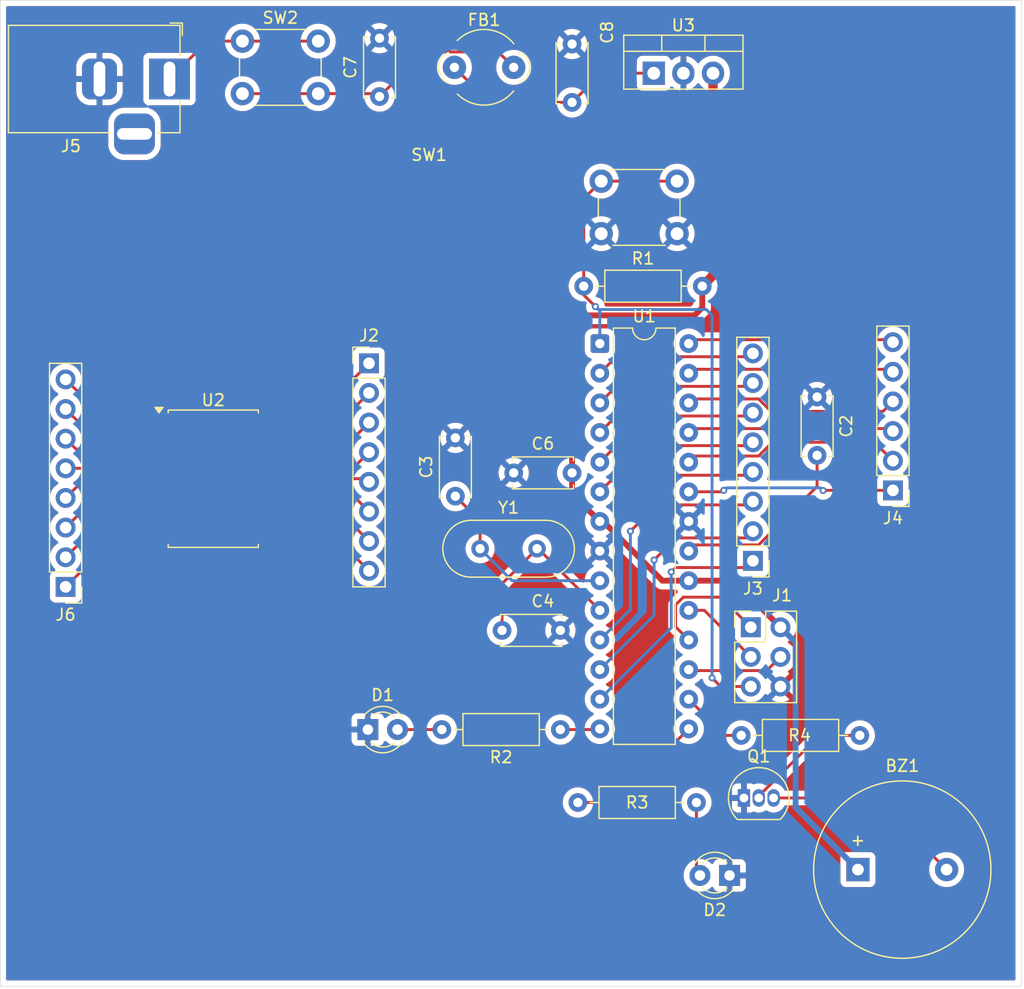
<source format=kicad_pcb>
(kicad_pcb (version 20241229) (generator "pcbnew") (generator_version "9.0")
  (title_block (title "AVR Controller Board") (date "2026-02-23") (company "Chaitanya Rathi") (comment 1 "E168 E3-3") (comment 2 "Sap ID: 60002240220"))
  (layers (0 "F.Cu" signal) (2 "B.Cu" signal) (13 "F.Paste" user) (15 "B.Paste" user) (5 "F.SilkS" user "F.Silkscreen") (7 "B.SilkS" user "B.Silkscreen") (1 "F.Mask" user) (3 "B.Mask" user) (25 "Edge.Cuts" user))
  (net 0 "")
  (net 1 "GND")
  (net 2 "Net-(U1-AREF)")
  (net 3 "Net-(U1-XTAL1{slash}PB6)")
  (net 4 "Net-(U1-XTAL2{slash}PB7)")
  (net 5 "+5V")
  (net 6 "Net-(J1-Pin_3)")
  (net 7 "RESET")
  (net 8 "Net-(J1-Pin_4)")
  (net 9 "Net-(J1-Pin_1)")
  (net 10 "Net-(J3-Pin_3)")
  (net 11 "Net-(J3-Pin_5)")
  (net 12 "Net-(J3-Pin_8)")
  (net 13 "Net-(J3-Pin_1)")
  (net 14 "Net-(J3-Pin_4)")
  (net 15 "Net-(J3-Pin_7)")
  (net 16 "Net-(J3-Pin_6)")
  (net 17 "Net-(J3-Pin_2)")
  (net 18 "Net-(J4-Pin_4)")
  (net 19 "GPIO_FLAG_2")
  (net 20 "Net-(J4-Pin_6)")
  (net 21 "Net-(J4-Pin_5)")
  (net 22 "Net-(J4-Pin_3)")
  (net 23 "Net-(J4-Pin_2)")
  (net 24 "Net-(J4-Pin_1)")
  (net 25 "GPIO_FLAG_1")
  (net 26 "Net-(BZ1--)")
  (net 27 "Net-(C7-Pad1)")
  (net 28 "Net-(U3-IN)")
  (net 29 "Net-(D1-A)")
  (net 30 "Net-(D2-A)")
  (net 31 "Net-(J2-Pin_1)")
  (net 32 "Net-(J2-Pin_2)")
  (net 33 "Net-(J2-Pin_8)")
  (net 34 "Net-(J2-Pin_3)")
  (net 35 "Net-(J2-Pin_5)")
  (net 36 "Net-(J2-Pin_7)")
  (net 37 "Net-(J2-Pin_4)")
  (net 38 "Net-(J2-Pin_6)")
  (net 39 "Net-(J5-Pad1)")
  (net 40 "Net-(J6-Pin_3)")
  (net 41 "Net-(J6-Pin_5)")
  (net 42 "Net-(J6-Pin_6)")
  (net 43 "Net-(J6-Pin_2)")
  (net 44 "Net-(J6-Pin_4)")
  (net 45 "Net-(J6-Pin_1)")
  (net 46 "Net-(J6-Pin_7)")
  (net 47 "Net-(J6-Pin_8)")
  (net 48 "Net-(Q1-G)")
  (net 49 "PWM1")
  (net 50 "+12V")
  (footprint "Resistor_THT:R_Axial_DIN0207_L6.3mm_D2.5mm_P10.16mm_Horizontal" (layer "F.Cu") (at 182.5 128.5 180)
    (property "Reference" "R2" (at 5.08 -2.37 0) (layer "F.SilkS"))
    (property "Value" "1k")
    (fp_line (start 9.12 0) (end 8.35 0) (stroke (width 0.12)) (layer "F.SilkS"))
    (fp_line (start 1.04 0) (end 1.81 0) (stroke (width 0.12)) (layer "F.SilkS"))
    (fp_rect (start 1.81 -1.37) (end 8.35 1.37) (stroke (width 0.12)) (fill no) (layer "F.SilkS"))
    (pad "1" thru_hole circle (at 0 0 180) (size 1.6 1.6) (drill 0.8) (layers "*.Cu" "*.Mask") (net 25 "GPIO_FLAG_1"))
    (pad "2" thru_hole circle (at 10.16 0 180) (size 1.6 1.6) (drill 0.8) (layers "*.Cu" "*.Mask") (net 29 "Net-(D1-A)"))
  )
  (footprint "Capacitor_THT:C_Disc_D5.0mm_W2.5mm_P5.00mm" (layer "F.Cu") (at 177.5 120)
    (property "Reference" "C4" (at 3.5 -2.5 0) (layer "F.SilkS"))
    (property "Value" "22pF")
    (fp_line (start -0.12 -1.37) (end 5.12 -1.37) (stroke (width 0.12)) (layer "F.SilkS"))
    (fp_line (start -0.12 -1.033) (end -0.12 -1.37) (stroke (width 0.12)) (layer "F.SilkS"))
    (fp_line (start -0.12 1.37) (end -0.12 1.033) (stroke (width 0.12)) (layer "F.SilkS"))
    (fp_line (start 5.12 -1.37) (end 5.12 -1.033) (stroke (width 0.12)) (layer "F.SilkS"))
    (fp_line (start 5.12 1.033) (end 5.12 1.37) (stroke (width 0.12)) (layer "F.SilkS"))
    (fp_line (start 5.12 1.37) (end -0.12 1.37) (stroke (width 0.12)) (layer "F.SilkS"))
    (pad "1" thru_hole circle (at 0 0) (size 1.6 1.6) (drill 0.8) (layers "*.Cu" "*.Mask") (net 4 "Net-(U1-XTAL2{slash}PB7)"))
    (pad "2" thru_hole circle (at 5 0) (size 1.6 1.6) (drill 0.8) (layers "*.Cu" "*.Mask") (net 1 "GND"))
  )
  (footprint "Capacitor_THT:C_Disc_D5.0mm_W2.5mm_P5.00mm" (layer "F.Cu") (at 173.5 108.5 90)
    (property "Reference" "C3" (at 2.5 -2.5 90) (layer "F.SilkS"))
    (property "Value" "22pF")
    (fp_line (start 5.12 -1.37) (end 5.12 -1.033) (stroke (width 0.12)) (layer "F.SilkS"))
    (fp_line (start -0.12 -1.37) (end 5.12 -1.37) (stroke (width 0.12)) (layer "F.SilkS"))
    (fp_line (start -0.12 -1.033) (end -0.12 -1.37) (stroke (width 0.12)) (layer "F.SilkS"))
    (fp_line (start 5.12 1.033) (end 5.12 1.37) (stroke (width 0.12)) (layer "F.SilkS"))
    (fp_line (start 5.12 1.37) (end -0.12 1.37) (stroke (width 0.12)) (layer "F.SilkS"))
    (fp_line (start -0.12 1.37) (end -0.12 1.033) (stroke (width 0.12)) (layer "F.SilkS"))
    (pad "1" thru_hole circle (at 0 0 90) (size 1.6 1.6) (drill 0.8) (layers "*.Cu" "*.Mask") (net 3 "Net-(U1-XTAL1{slash}PB6)"))
    (pad "2" thru_hole circle (at 5 0 90) (size 1.6 1.6) (drill 0.8) (layers "*.Cu" "*.Mask") (net 1 "GND"))
  )
  (footprint "Package_TO_SOT_THT:TO-220-3_Vertical" (layer "F.Cu") (at 190.5 72.25)
    (property "Reference" "U3" (at 2.54 -4.1 0) (layer "F.SilkS"))
    (property "Value" "L7805")
    (fp_line (start -2.57 -3.26) (end 7.65 -3.26) (stroke (width 0.12)) (layer "F.SilkS"))
    (fp_line (start -2.57 -1.88) (end 7.65 -1.88) (stroke (width 0.12)) (layer "F.SilkS"))
    (fp_line (start -2.57 1.36) (end -2.57 -3.26) (stroke (width 0.12)) (layer "F.SilkS"))
    (fp_line (start 0.69 -3.26) (end 0.69 -1.88) (stroke (width 0.12)) (layer "F.SilkS"))
    (fp_line (start 4.39 -3.26) (end 4.39 -1.88) (stroke (width 0.12)) (layer "F.SilkS"))
    (fp_line (start 7.65 -3.26) (end 7.65 1.36) (stroke (width 0.12)) (layer "F.SilkS"))
    (fp_line (start 7.65 1.36) (end -2.57 1.36) (stroke (width 0.12)) (layer "F.SilkS"))
    (pad "1" thru_hole rect (at 0 0) (size 1.905 2) (drill 1.1) (layers "*.Cu" "*.Mask") (net 28 "Net-(U3-IN)"))
    (pad "2" thru_hole oval (at 2.54 0) (size 1.905 2) (drill 1.1) (layers "*.Cu" "*.Mask") (net 1 "GND"))
    (pad "3" thru_hole oval (at 5.08 0) (size 1.905 2) (drill 1.1) (layers "*.Cu" "*.Mask") (net 5 "+5V"))
  )
  (footprint "Crystal:Crystal_HC49-4H_Vertical" (layer "F.Cu") (at 175.62 113)
    (property "Reference" "Y1" (at 2.44 -3.52 0) (layer "F.SilkS"))
    (property "Value" "16MHz")
    (fp_line (start -0.76 -2.435) (end 5.64 -2.435) (stroke (width 0.12)) (layer "F.SilkS"))
    (fp_line (start 5.64 2.435) (end -0.76 2.435) (stroke (width 0.12)) (layer "F.SilkS"))
    (fp_arc (start -0.76 2.435) (mid -3.195 0) (end -0.76 -2.435) (stroke (width 0.12)) (layer "F.SilkS"))
    (fp_arc (start 5.64 -2.435) (mid 8.075 0) (end 5.64 2.435) (stroke (width 0.12)) (layer "F.SilkS"))
    (pad "1" thru_hole circle (at 0 0) (size 1.5 1.5) (drill 0.8) (layers "*.Cu" "*.Mask") (net 3 "Net-(U1-XTAL1{slash}PB6)"))
    (pad "2" thru_hole circle (at 4.88 0) (size 1.5 1.5) (drill 0.8) (layers "*.Cu" "*.Mask") (net 4 "Net-(U1-XTAL2{slash}PB7)"))
  )
  (footprint "LED_THT:LED_D3.0mm" (layer "F.Cu") (at 166 128.5)
    (property "Reference" "D1" (at 1.27 -2.96 0) (layer "F.SilkS"))
    (property "Value" "LED")
    (fp_line (start -0.29 -1.236) (end -0.29 -1.08) (stroke (width 0.12)) (layer "F.SilkS"))
    (fp_line (start -0.29 1.08) (end -0.29 1.236) (stroke (width 0.12)) (layer "F.SilkS"))
    (fp_arc (start -0.29 -1.235516) (mid 1.36566 -1.987699) (end 2.941437 -1.08) (stroke (width 0.12)) (layer "F.SilkS"))
    (fp_arc (start 0.229039 -1.08) (mid 1.27 -1.5) (end 2.310961 -1.08) (stroke (width 0.12)) (layer "F.SilkS"))
    (fp_arc (start 2.310961 1.08) (mid 1.27 1.5) (end 0.229039 1.08) (stroke (width 0.12)) (layer "F.SilkS"))
    (fp_arc (start 2.941437 1.08) (mid 1.36566 1.987699) (end -0.29 1.235516) (stroke (width 0.12)) (layer "F.SilkS"))
    (pad "1" thru_hole rect (at 0 0) (size 1.8 1.8) (drill 0.9) (layers "*.Cu" "*.Mask") (net 1 "GND"))
    (pad "2" thru_hole circle (at 2.54 0) (size 1.8 1.8) (drill 0.9) (layers "*.Cu" "*.Mask") (net 29 "Net-(D1-A)"))
  )
  (footprint "Capacitor_THT:C_Disc_D5.0mm_W2.5mm_P5.00mm" (layer "F.Cu") (at 167 74.25 90)
    (property "Reference" "C7" (at 2.5 -2.5 90) (layer "F.SilkS"))
    (property "Value" "1u")
    (fp_line (start 5.12 -1.37) (end 5.12 -1.033) (stroke (width 0.12)) (layer "F.SilkS"))
    (fp_line (start -0.12 -1.37) (end 5.12 -1.37) (stroke (width 0.12)) (layer "F.SilkS"))
    (fp_line (start -0.12 -1.033) (end -0.12 -1.37) (stroke (width 0.12)) (layer "F.SilkS"))
    (fp_line (start 5.12 1.033) (end 5.12 1.37) (stroke (width 0.12)) (layer "F.SilkS"))
    (fp_line (start 5.12 1.37) (end -0.12 1.37) (stroke (width 0.12)) (layer "F.SilkS"))
    (fp_line (start -0.12 1.37) (end -0.12 1.033) (stroke (width 0.12)) (layer "F.SilkS"))
    (pad "1" thru_hole circle (at 0 0 90) (size 1.6 1.6) (drill 0.8) (layers "*.Cu" "*.Mask") (net 27 "Net-(C7-Pad1)"))
    (pad "2" thru_hole circle (at 5 0 90) (size 1.6 1.6) (drill 0.8) (layers "*.Cu" "*.Mask") (net 1 "GND"))
  )
  (footprint "Connector_BarrelJack:BarrelJack_Horizontal" (layer "F.Cu") (at 149 72.75)
    (property "Reference" "J5" (at -8.45 5.75 0) (layer "F.SilkS"))
    (property "Value" "Barrel_Jack")
    (fp_line (start -13.8 -4.6) (end 0.9 -4.6) (stroke (width 0.12)) (layer "F.SilkS"))
    (fp_line (start -13.8 4.6) (end -13.8 -4.6) (stroke (width 0.12)) (layer "F.SilkS"))
    (fp_line (start -5 4.6) (end -13.8 4.6) (stroke (width 0.12)) (layer "F.SilkS"))
    (fp_line (start 0.05 -4.8) (end 1.1 -4.8) (stroke (width 0.12)) (layer "F.SilkS"))
    (fp_line (start 0.9 -4.6) (end 0.9 -2) (stroke (width 0.12)) (layer "F.SilkS"))
    (fp_line (start 0.9 1.9) (end 0.9 4.6) (stroke (width 0.12)) (layer "F.SilkS"))
    (fp_line (start 0.9 4.6) (end -1 4.6) (stroke (width 0.12)) (layer "F.SilkS"))
    (fp_line (start 1.1 -3.75) (end 1.1 -4.8) (stroke (width 0.12)) (layer "F.SilkS"))
    (pad "1" thru_hole rect (at 0 0) (size 3.5 3.5) (drill oval 1 3) (layers "*.Cu" "*.Mask") (net 39 "Net-(J5-Pad1)"))
    (pad "2" thru_hole roundrect (at -6 0) (size 3 3.5) (drill oval 1 3) (layers "*.Cu" "*.Mask") (net 1 "GND"))
    (pad "3" thru_hole roundrect (at -3 4.7) (size 3.5 3.5) (drill oval 3 1) (layers "*.Cu" "*.Mask"))
  )
  (footprint "Resistor_THT:R_Axial_DIN0207_L6.3mm_D2.5mm_P10.16mm_Horizontal" (layer "F.Cu") (at 184 134.75)
    (property "Reference" "R3" (at 5.08 0 0) (layer "F.SilkS"))
    (property "Value" "1k")
    (fp_line (start 1.04 0) (end 1.81 0) (stroke (width 0.12)) (layer "F.SilkS"))
    (fp_line (start 9.12 0) (end 8.35 0) (stroke (width 0.12)) (layer "F.SilkS"))
    (fp_rect (start 1.81 -1.37) (end 8.35 1.37) (stroke (width 0.12)) (fill no) (layer "F.SilkS"))
    (pad "1" thru_hole circle (at 0 0) (size 1.6 1.6) (drill 0.8) (layers "*.Cu" "*.Mask") (net 19 "GPIO_FLAG_2"))
    (pad "2" thru_hole circle (at 10.16 0) (size 1.6 1.6) (drill 0.8) (layers "*.Cu" "*.Mask") (net 30 "Net-(D2-A)"))
  )
  (footprint "Resistor_THT:R_Axial_DIN0207_L6.3mm_D2.5mm_P10.16mm_Horizontal" (layer "F.Cu") (at 198 129)
    (property "Reference" "R4" (at 5 0 0) (layer "F.SilkS"))
    (property "Value" "R")
    (fp_line (start 1.04 0) (end 1.81 0) (stroke (width 0.12)) (layer "F.SilkS"))
    (fp_line (start 9.12 0) (end 8.35 0) (stroke (width 0.12)) (layer "F.SilkS"))
    (fp_rect (start 1.81 -1.37) (end 8.35 1.37) (stroke (width 0.12)) (fill no) (layer "F.SilkS"))
    (pad "1" thru_hole circle (at 0 0) (size 1.6 1.6) (drill 0.8) (layers "*.Cu" "*.Mask") (net 49 "PWM1"))
    (pad "2" thru_hole circle (at 10.16 0) (size 1.6 1.6) (drill 0.8) (layers "*.Cu" "*.Mask") (net 48 "Net-(Q1-G)"))
  )
  (footprint "Button_Switch_THT:SW_PUSH_6mm" (layer "F.Cu") (at 186 81.5)
    (property "Reference" "SW1" (at -14.75 -2.25 0) (layer "F.SilkS"))
    (property "Value" "SW_Push")
    (fp_line (start -0.25 1.5) (end -0.25 3) (stroke (width 0.12)) (layer "F.SilkS"))
    (fp_line (start 1 5.5) (end 5.5 5.5) (stroke (width 0.12)) (layer "F.SilkS"))
    (fp_line (start 5.5 -1) (end 1 -1) (stroke (width 0.12)) (layer "F.SilkS"))
    (fp_line (start 6.75 3) (end 6.75 1.5) (stroke (width 0.12)) (layer "F.SilkS"))
    (pad "1" thru_hole circle (at 0 0 90) (size 2 2) (drill 1.1) (layers "*.Cu" "*.Mask") (net 7 "RESET"))
    (pad "1" thru_hole circle (at 6.5 0 90) (size 2 2) (drill 1.1) (layers "*.Cu" "*.Mask") (net 7 "RESET"))
    (pad "2" thru_hole circle (at 0 4.5 90) (size 2 2) (drill 1.1) (layers "*.Cu" "*.Mask") (net 1 "GND"))
    (pad "2" thru_hole circle (at 6.5 4.5 90) (size 2 2) (drill 1.1) (layers "*.Cu" "*.Mask") (net 1 "GND"))
  )
  (footprint "Buzzer_Beeper:Buzzer_15x7.5RM7.6" (layer "F.Cu") (at 208 140.5)
    (property "Reference" "BZ1" (at 3.81 -8.89 0) (layer "F.SilkS"))
    (property "Value" "Buzzer")
    (fp_circle (center 3.8 0) (end 11.4 0) (stroke (width 0.12)) (fill no) (layer "F.SilkS"))
    (fp_text user "+" (at -0.01 -2.54 0) (layer "F.SilkS"))
    (pad "1" thru_hole rect (at 0 0) (size 2 2) (drill 1) (layers "*.Cu" "*.Mask") (net 5 "+5V"))
    (pad "2" thru_hole circle (at 7.6 0) (size 2 2) (drill 1) (layers "*.Cu" "*.Mask") (net 26 "Net-(BZ1--)"))
  )
  (footprint "Connector_PinHeader_2.54mm:PinHeader_1x08_P2.54mm_Vertical" (layer "F.Cu") (at 140.1 116.27 180)
    (property "Reference" "J6" (at 0 -2.38 0) (layer "F.SilkS"))
    (property "Value" "Conn_01x08")
    (fp_line (start 1.38 1.27) (end 1.38 19.16) (stroke (width 0.12)) (layer "F.SilkS"))
    (fp_line (start -1.38 19.16) (end 1.38 19.16) (stroke (width 0.12)) (layer "F.SilkS"))
    (fp_line (start -1.38 1.27) (end 1.38 1.27) (stroke (width 0.12)) (layer "F.SilkS"))
    (fp_line (start -1.38 1.27) (end -1.38 19.16) (stroke (width 0.12)) (layer "F.SilkS"))
    (fp_line (start -1.38 0) (end -1.38 -1.38) (stroke (width 0.12)) (layer "F.SilkS"))
    (fp_line (start -1.38 -1.38) (end 0 -1.38) (stroke (width 0.12)) (layer "F.SilkS"))
    (pad "1" thru_hole rect (at 0 0 180) (size 1.7 1.7) (drill 1) (layers "*.Cu" "*.Mask") (net 45 "Net-(J6-Pin_1)"))
    (pad "2" thru_hole circle (at 0 2.54 180) (size 1.7 1.7) (drill 1) (layers "*.Cu" "*.Mask") (net 43 "Net-(J6-Pin_2)"))
    (pad "3" thru_hole circle (at 0 5.08 180) (size 1.7 1.7) (drill 1) (layers "*.Cu" "*.Mask") (net 40 "Net-(J6-Pin_3)"))
    (pad "4" thru_hole circle (at 0 7.62 180) (size 1.7 1.7) (drill 1) (layers "*.Cu" "*.Mask") (net 44 "Net-(J6-Pin_4)"))
    (pad "5" thru_hole circle (at 0 10.16 180) (size 1.7 1.7) (drill 1) (layers "*.Cu" "*.Mask") (net 41 "Net-(J6-Pin_5)"))
    (pad "6" thru_hole circle (at 0 12.7 180) (size 1.7 1.7) (drill 1) (layers "*.Cu" "*.Mask") (net 42 "Net-(J6-Pin_6)"))
    (pad "7" thru_hole circle (at 0 15.24 180) (size 1.7 1.7) (drill 1) (layers "*.Cu" "*.Mask") (net 46 "Net-(J6-Pin_7)"))
    (pad "8" thru_hole circle (at 0 17.78 180) (size 1.7 1.7) (drill 1) (layers "*.Cu" "*.Mask") (net 47 "Net-(J6-Pin_8)"))
  )
  (footprint "Connector_PinHeader_2.54mm:PinHeader_1x08_P2.54mm_Vertical" (layer "F.Cu") (at 166.1 97.11)
    (property "Reference" "J2" (at 0 -2.38 0) (layer "F.SilkS"))
    (property "Value" "Conn_01x08")
    (fp_line (start -1.38 -1.38) (end 0 -1.38) (stroke (width 0.12)) (layer "F.SilkS"))
    (fp_line (start -1.38 0) (end -1.38 -1.38) (stroke (width 0.12)) (layer "F.SilkS"))
    (fp_line (start -1.38 1.27) (end -1.38 19.16) (stroke (width 0.12)) (layer "F.SilkS"))
    (fp_line (start -1.38 1.27) (end 1.38 1.27) (stroke (width 0.12)) (layer "F.SilkS"))
    (fp_line (start -1.38 19.16) (end 1.38 19.16) (stroke (width 0.12)) (layer "F.SilkS"))
    (fp_line (start 1.38 1.27) (end 1.38 19.16) (stroke (width 0.12)) (layer "F.SilkS"))
    (pad "1" thru_hole rect (at 0 0) (size 1.7 1.7) (drill 1) (layers "*.Cu" "*.Mask") (net 31 "Net-(J2-Pin_1)"))
    (pad "2" thru_hole circle (at 0 2.54) (size 1.7 1.7) (drill 1) (layers "*.Cu" "*.Mask") (net 32 "Net-(J2-Pin_2)"))
    (pad "3" thru_hole circle (at 0 5.08) (size 1.7 1.7) (drill 1) (layers "*.Cu" "*.Mask") (net 34 "Net-(J2-Pin_3)"))
    (pad "4" thru_hole circle (at 0 7.62) (size 1.7 1.7) (drill 1) (layers "*.Cu" "*.Mask") (net 37 "Net-(J2-Pin_4)"))
    (pad "5" thru_hole circle (at 0 10.16) (size 1.7 1.7) (drill 1) (layers "*.Cu" "*.Mask") (net 35 "Net-(J2-Pin_5)"))
    (pad "6" thru_hole circle (at 0 12.7) (size 1.7 1.7) (drill 1) (layers "*.Cu" "*.Mask") (net 38 "Net-(J2-Pin_6)"))
    (pad "7" thru_hole circle (at 0 15.24) (size 1.7 1.7) (drill 1) (layers "*.Cu" "*.Mask") (net 36 "Net-(J2-Pin_7)"))
    (pad "8" thru_hole circle (at 0 17.78) (size 1.7 1.7) (drill 1) (layers "*.Cu" "*.Mask") (net 33 "Net-(J2-Pin_8)"))
  )
  (footprint "Connector_PinHeader_2.54mm:PinHeader_1x06_P2.54mm_Vertical" (layer "F.Cu") (at 211 108 180)
    (property "Reference" "J4" (at 0 -2.38 0) (layer "F.SilkS"))
    (property "Value" "Conn_01x06")
    (fp_line (start 1.38 1.27) (end 1.38 14.08) (stroke (width 0.12)) (layer "F.SilkS"))
    (fp_line (start -1.38 14.08) (end 1.38 14.08) (stroke (width 0.12)) (layer "F.SilkS"))
    (fp_line (start -1.38 1.27) (end 1.38 1.27) (stroke (width 0.12)) (layer "F.SilkS"))
    (fp_line (start -1.38 1.27) (end -1.38 14.08) (stroke (width 0.12)) (layer "F.SilkS"))
    (fp_line (start -1.38 0) (end -1.38 -1.38) (stroke (width 0.12)) (layer "F.SilkS"))
    (fp_line (start -1.38 -1.38) (end 0 -1.38) (stroke (width 0.12)) (layer "F.SilkS"))
    (pad "1" thru_hole rect (at 0 0 180) (size 1.7 1.7) (drill 1) (layers "*.Cu" "*.Mask") (net 24 "Net-(J4-Pin_1)"))
    (pad "2" thru_hole circle (at 0 2.54 180) (size 1.7 1.7) (drill 1) (layers "*.Cu" "*.Mask") (net 23 "Net-(J4-Pin_2)"))
    (pad "3" thru_hole circle (at 0 5.08 180) (size 1.7 1.7) (drill 1) (layers "*.Cu" "*.Mask") (net 22 "Net-(J4-Pin_3)"))
    (pad "4" thru_hole circle (at 0 7.62 180) (size 1.7 1.7) (drill 1) (layers "*.Cu" "*.Mask") (net 18 "Net-(J4-Pin_4)"))
    (pad "5" thru_hole circle (at 0 10.16 180) (size 1.7 1.7) (drill 1) (layers "*.Cu" "*.Mask") (net 21 "Net-(J4-Pin_5)"))
    (pad "6" thru_hole circle (at 0 12.7 180) (size 1.7 1.7) (drill 1) (layers "*.Cu" "*.Mask") (net 20 "Net-(J4-Pin_6)"))
  )
  (footprint "Package_TO_SOT_THT:TO-92_Inline" (layer "F.Cu") (at 198.23 134.36)
    (property "Reference" "Q1" (at 1.27 -3.56 0) (layer "F.SilkS"))
    (property "Value" "2N7000")
    (fp_line (start -0.53 1.85) (end 3.07 1.85) (stroke (width 0.12)) (layer "F.SilkS"))
    (fp_arc (start -0.568478 1.838478) (mid -1.132087 -0.994977) (end 1.27 -2.6) (stroke (width 0.12)) (layer "F.SilkS"))
    (fp_arc (start 1.27 -2.6) (mid 3.672087 -0.994977) (end 3.108478 1.838478) (stroke (width 0.12)) (layer "F.SilkS"))
    (pad "1" thru_hole rect (at 0 0) (size 1.05 1.5) (drill 0.75) (layers "*.Cu" "*.Mask") (net 1 "GND"))
    (pad "2" thru_hole oval (at 1.27 0) (size 1.05 1.5) (drill 0.75) (layers "*.Cu" "*.Mask") (net 48 "Net-(Q1-G)"))
    (pad "3" thru_hole oval (at 2.54 0) (size 1.05 1.5) (drill 0.75) (layers "*.Cu" "*.Mask") (net 26 "Net-(BZ1--)"))
  )
  (footprint "Package_DIP:DIP-28_W7.62mm" (layer "F.Cu") (at 185.88 95.42)
    (property "Reference" "U1" (at 3.81 -2.33 0) (layer "F.SilkS"))
    (property "Value" "ATmega328-P")
    (fp_line (start 1.16 -1.33) (end 1.16 34.35) (stroke (width 0.12)) (layer "F.SilkS"))
    (fp_line (start 1.16 34.35) (end 6.46 34.35) (stroke (width 0.12)) (layer "F.SilkS"))
    (fp_line (start 2.81 -1.33) (end 1.16 -1.33) (stroke (width 0.12)) (layer "F.SilkS"))
    (fp_line (start 6.46 -1.33) (end 4.81 -1.33) (stroke (width 0.12)) (layer "F.SilkS"))
    (fp_line (start 6.46 34.35) (end 6.46 -1.33) (stroke (width 0.12)) (layer "F.SilkS"))
    (fp_arc (start 4.81 -1.33) (mid 3.81 -0.33) (end 2.81 -1.33) (stroke (width 0.12)) (layer "F.SilkS"))
    (pad "1" thru_hole roundrect (at 0 0) (size 1.6 1.6) (drill 0.8) (layers "*.Cu" "*.Mask") (roundrect_rratio 0.15625) (net 7 "RESET"))
    (pad "2" thru_hole circle (at 0 2.54) (size 1.6 1.6) (drill 0.8) (layers "*.Cu" "*.Mask") (net 12 "Net-(J3-Pin_8)"))
    (pad "3" thru_hole circle (at 0 5.08) (size 1.6 1.6) (drill 0.8) (layers "*.Cu" "*.Mask") (net 15 "Net-(J3-Pin_7)"))
    (pad "4" thru_hole circle (at 0 7.62) (size 1.6 1.6) (drill 0.8) (layers "*.Cu" "*.Mask") (net 16 "Net-(J3-Pin_6)"))
    (pad "5" thru_hole circle (at 0 10.16) (size 1.6 1.6) (drill 0.8) (layers "*.Cu" "*.Mask") (net 11 "Net-(J3-Pin_5)"))
    (pad "6" thru_hole circle (at 0 12.7) (size 1.6 1.6) (drill 0.8) (layers "*.Cu" "*.Mask") (net 14 "Net-(J3-Pin_4)"))
    (pad "7" thru_hole circle (at 0 15.24) (size 1.6 1.6) (drill 0.8) (layers "*.Cu" "*.Mask") (net 5 "+5V"))
    (pad "8" thru_hole circle (at 0 17.78) (size 1.6 1.6) (drill 0.8) (layers "*.Cu" "*.Mask") (net 1 "GND"))
    (pad "9" thru_hole circle (at 0 20.32) (size 1.6 1.6) (drill 0.8) (layers "*.Cu" "*.Mask") (net 3 "Net-(U1-XTAL1{slash}PB6)"))
    (pad "10" thru_hole circle (at 0 22.86) (size 1.6 1.6) (drill 0.8) (layers "*.Cu" "*.Mask") (net 4 "Net-(U1-XTAL2{slash}PB7)"))
    (pad "11" thru_hole circle (at 0 25.4) (size 1.6 1.6) (drill 0.8) (layers "*.Cu" "*.Mask") (net 10 "Net-(J3-Pin_3)"))
    (pad "12" thru_hole circle (at 0 27.94) (size 1.6 1.6) (drill 0.8) (layers "*.Cu" "*.Mask") (net 17 "Net-(J3-Pin_2)"))
    (pad "13" thru_hole circle (at 0 30.48) (size 1.6 1.6) (drill 0.8) (layers "*.Cu" "*.Mask") (net 13 "Net-(J3-Pin_1)"))
    (pad "14" thru_hole circle (at 0 33.02) (size 1.6 1.6) (drill 0.8) (layers "*.Cu" "*.Mask") (net 25 "GPIO_FLAG_1"))
    (pad "15" thru_hole circle (at 7.62 33.02) (size 1.6 1.6) (drill 0.8) (layers "*.Cu" "*.Mask") (net 19 "GPIO_FLAG_2"))
    (pad "16" thru_hole circle (at 7.62 30.48) (size 1.6 1.6) (drill 0.8) (layers "*.Cu" "*.Mask") (net 49 "PWM1"))
    (pad "17" thru_hole circle (at 7.62 27.94) (size 1.6 1.6) (drill 0.8) (layers "*.Cu" "*.Mask") (net 8 "Net-(J1-Pin_4)"))
    (pad "18" thru_hole circle (at 7.62 25.4) (size 1.6 1.6) (drill 0.8) (layers "*.Cu" "*.Mask") (net 9 "Net-(J1-Pin_1)"))
    (pad "19" thru_hole circle (at 7.62 22.86) (size 1.6 1.6) (drill 0.8) (layers "*.Cu" "*.Mask") (net 6 "Net-(J1-Pin_3)"))
    (pad "20" thru_hole circle (at 7.62 20.32) (size 1.6 1.6) (drill 0.8) (layers "*.Cu" "*.Mask") (net 5 "+5V"))
    (pad "21" thru_hole circle (at 7.62 17.78) (size 1.6 1.6) (drill 0.8) (layers "*.Cu" "*.Mask") (net 2 "Net-(U1-AREF)"))
    (pad "22" thru_hole circle (at 7.62 15.24) (size 1.6 1.6) (drill 0.8) (layers "*.Cu" "*.Mask") (net 1 "GND"))
    (pad "23" thru_hole circle (at 7.62 12.7) (size 1.6 1.6) (drill 0.8) (layers "*.Cu" "*.Mask") (net 24 "Net-(J4-Pin_1)"))
    (pad "24" thru_hole circle (at 7.62 10.16) (size 1.6 1.6) (drill 0.8) (layers "*.Cu" "*.Mask") (net 23 "Net-(J4-Pin_2)"))
    (pad "25" thru_hole circle (at 7.62 7.62) (size 1.6 1.6) (drill 0.8) (layers "*.Cu" "*.Mask") (net 22 "Net-(J4-Pin_3)"))
    (pad "26" thru_hole circle (at 7.62 5.08) (size 1.6 1.6) (drill 0.8) (layers "*.Cu" "*.Mask") (net 18 "Net-(J4-Pin_4)"))
    (pad "27" thru_hole circle (at 7.62 2.54) (size 1.6 1.6) (drill 0.8) (layers "*.Cu" "*.Mask") (net 21 "Net-(J4-Pin_5)"))
    (pad "28" thru_hole circle (at 7.62 0) (size 1.6 1.6) (drill 0.8) (layers "*.Cu" "*.Mask") (net 20 "Net-(J4-Pin_6)"))
  )
  (footprint "Package_SO:SOIC-18W_7.5x11.6mm_P1.27mm" (layer "F.Cu") (at 152.75 107)
    (property "Reference" "U2" (at 0 -6.73 0) (layer "F.SilkS"))
    (property "Value" "ULN2803A")
    (fp_line (start -3.86 -5.885) (end 3.86 -5.885) (stroke (width 0.12)) (layer "F.SilkS"))
    (fp_line (start -3.86 -5.64) (end -3.86 -5.885) (stroke (width 0.12)) (layer "F.SilkS"))
    (fp_line (start -3.86 5.885) (end -3.86 5.64) (stroke (width 0.12)) (layer "F.SilkS"))
    (fp_line (start 3.86 -5.885) (end 3.86 -5.64) (stroke (width 0.12)) (layer "F.SilkS"))
    (fp_line (start 3.86 5.64) (end 3.86 5.885) (stroke (width 0.12)) (layer "F.SilkS"))
    (fp_line (start 3.86 5.885) (end -3.86 5.885) (stroke (width 0.12)) (layer "F.SilkS"))
    (fp_poly (pts (xy -4.65 -5.64) (xy -4.99 -6.11) (xy -4.31 -6.11)) (stroke (width 0.12)) (fill yes) (layer "F.SilkS"))
    (pad "1" smd roundrect (at -4.65 -5.08) (size 2.05 0.6) (layers "F.Cu" "F.Mask" "F.Paste") (net 47 "Net-(J6-Pin_8)"))
    (pad "2" smd roundrect (at -4.65 -3.81) (size 2.05 0.6) (layers "F.Cu" "F.Mask" "F.Paste") (net 46 "Net-(J6-Pin_7)"))
    (pad "3" smd roundrect (at -4.65 -2.54) (size 2.05 0.6) (layers "F.Cu" "F.Mask" "F.Paste") (net 42 "Net-(J6-Pin_6)"))
    (pad "4" smd roundrect (at -4.65 -1.27) (size 2.05 0.6) (layers "F.Cu" "F.Mask" "F.Paste") (net 41 "Net-(J6-Pin_5)"))
    (pad "5" smd roundrect (at -4.65 0) (size 2.05 0.6) (layers "F.Cu" "F.Mask" "F.Paste") (net 44 "Net-(J6-Pin_4)"))
    (pad "6" smd roundrect (at -4.65 1.27) (size 2.05 0.6) (layers "F.Cu" "F.Mask" "F.Paste") (net 40 "Net-(J6-Pin_3)"))
    (pad "7" smd roundrect (at -4.65 2.54) (size 2.05 0.6) (layers "F.Cu" "F.Mask" "F.Paste") (net 43 "Net-(J6-Pin_2)"))
    (pad "8" smd roundrect (at -4.65 3.81) (size 2.05 0.6) (layers "F.Cu" "F.Mask" "F.Paste") (net 45 "Net-(J6-Pin_1)"))
    (pad "9" smd roundrect (at -4.65 5.08) (size 2.05 0.6) (layers "F.Cu" "F.Mask" "F.Paste") (net 1 "GND"))
    (pad "10" smd roundrect (at 4.65 5.08) (size 2.05 0.6) (layers "F.Cu" "F.Mask" "F.Paste") (net 50 "+12V"))
    (pad "11" smd roundrect (at 4.65 3.81) (size 2.05 0.6) (layers "F.Cu" "F.Mask" "F.Paste") (net 33 "Net-(J2-Pin_8)"))
    (pad "12" smd roundrect (at 4.65 2.54) (size 2.05 0.6) (layers "F.Cu" "F.Mask" "F.Paste") (net 36 "Net-(J2-Pin_7)"))
    (pad "13" smd roundrect (at 4.65 1.27) (size 2.05 0.6) (layers "F.Cu" "F.Mask" "F.Paste") (net 38 "Net-(J2-Pin_6)"))
    (pad "14" smd roundrect (at 4.65 0) (size 2.05 0.6) (layers "F.Cu" "F.Mask" "F.Paste") (net 35 "Net-(J2-Pin_5)"))
    (pad "15" smd roundrect (at 4.65 -1.27) (size 2.05 0.6) (layers "F.Cu" "F.Mask" "F.Paste") (net 37 "Net-(J2-Pin_4)"))
    (pad "16" smd roundrect (at 4.65 -2.54) (size 2.05 0.6) (layers "F.Cu" "F.Mask" "F.Paste") (net 34 "Net-(J2-Pin_3)"))
    (pad "17" smd roundrect (at 4.65 -3.81) (size 2.05 0.6) (layers "F.Cu" "F.Mask" "F.Paste") (net 32 "Net-(J2-Pin_2)"))
    (pad "18" smd roundrect (at 4.65 -5.08) (size 2.05 0.6) (layers "F.Cu" "F.Mask" "F.Paste") (net 31 "Net-(J2-Pin_1)"))
  )
  (footprint "Capacitor_THT:C_Disc_D5.0mm_W2.5mm_P5.00mm" (layer "F.Cu") (at 183.5 74.75 90)
    (property "Reference" "C8" (at 6 3 90) (layer "F.SilkS"))
    (property "Value" "1u")
    (fp_line (start 5.12 -1.37) (end 5.12 -1.033) (stroke (width 0.12)) (layer "F.SilkS"))
    (fp_line (start -0.12 -1.37) (end 5.12 -1.37) (stroke (width 0.12)) (layer "F.SilkS"))
    (fp_line (start -0.12 -1.033) (end -0.12 -1.37) (stroke (width 0.12)) (layer "F.SilkS"))
    (fp_line (start 5.12 1.033) (end 5.12 1.37) (stroke (width 0.12)) (layer "F.SilkS"))
    (fp_line (start 5.12 1.37) (end -0.12 1.37) (stroke (width 0.12)) (layer "F.SilkS"))
    (fp_line (start -0.12 1.37) (end -0.12 1.033) (stroke (width 0.12)) (layer "F.SilkS"))
    (pad "1" thru_hole circle (at 0 0 90) (size 1.6 1.6) (drill 0.8) (layers "*.Cu" "*.Mask") (net 28 "Net-(U3-IN)"))
    (pad "2" thru_hole circle (at 5 0 90) (size 1.6 1.6) (drill 0.8) (layers "*.Cu" "*.Mask") (net 1 "GND"))
  )
  (footprint "Capacitor_THT:C_Disc_D5.0mm_W2.5mm_P5.00mm" (layer "F.Cu") (at 178.5 106.5)
    (property "Reference" "C6" (at 2.5 -2.5 0) (layer "F.SilkS"))
    (property "Value" "100nF")
    (fp_line (start -0.12 -1.37) (end 5.12 -1.37) (stroke (width 0.12)) (layer "F.SilkS"))
    (fp_line (start -0.12 -1.033) (end -0.12 -1.37) (stroke (width 0.12)) (layer "F.SilkS"))
    (fp_line (start -0.12 1.37) (end -0.12 1.033) (stroke (width 0.12)) (layer "F.SilkS"))
    (fp_line (start 5.12 -1.37) (end 5.12 -1.033) (stroke (width 0.12)) (layer "F.SilkS"))
    (fp_line (start 5.12 1.033) (end 5.12 1.37) (stroke (width 0.12)) (layer "F.SilkS"))
    (fp_line (start 5.12 1.37) (end -0.12 1.37) (stroke (width 0.12)) (layer "F.SilkS"))
    (pad "1" thru_hole circle (at 0 0) (size 1.6 1.6) (drill 0.8) (layers "*.Cu" "*.Mask") (net 1 "GND"))
    (pad "2" thru_hole circle (at 5 0) (size 1.6 1.6) (drill 0.8) (layers "*.Cu" "*.Mask") (net 5 "+5V"))
  )
  (footprint "Resistor_THT:R_Axial_DIN0207_L6.3mm_D2.5mm_P10.16mm_Horizontal" (layer "F.Cu") (at 184.5 90.5)
    (property "Reference" "R1" (at 5.08 -2.37 0) (layer "F.SilkS"))
    (property "Value" "10k")
    (fp_line (start 1.04 0) (end 1.81 0) (stroke (width 0.12)) (layer "F.SilkS"))
    (fp_line (start 9.12 0) (end 8.35 0) (stroke (width 0.12)) (layer "F.SilkS"))
    (fp_rect (start 1.81 -1.37) (end 8.35 1.37) (stroke (width 0.12)) (fill no) (layer "F.SilkS"))
    (pad "1" thru_hole circle (at 0 0) (size 1.6 1.6) (drill 0.8) (layers "*.Cu" "*.Mask") (net 7 "RESET"))
    (pad "2" thru_hole circle (at 10.16 0) (size 1.6 1.6) (drill 0.8) (layers "*.Cu" "*.Mask") (net 5 "+5V"))
  )
  (footprint "LED_THT:LED_D3.0mm" (layer "F.Cu") (at 197 141 180)
    (property "Reference" "D2" (at 1.27 -2.96 0) (layer "F.SilkS"))
    (property "Value" "LED")
    (fp_line (start -0.29 1.08) (end -0.29 1.236) (stroke (width 0.12)) (layer "F.SilkS"))
    (fp_line (start -0.29 -1.236) (end -0.29 -1.08) (stroke (width 0.12)) (layer "F.SilkS"))
    (fp_arc (start 2.941437 1.08) (mid 1.36566 1.987699) (end -0.29 1.235516) (stroke (width 0.12)) (layer "F.SilkS"))
    (fp_arc (start 2.310961 1.08) (mid 1.27 1.5) (end 0.229039 1.08) (stroke (width 0.12)) (layer "F.SilkS"))
    (fp_arc (start 0.229039 -1.08) (mid 1.27 -1.5) (end 2.310961 -1.08) (stroke (width 0.12)) (layer "F.SilkS"))
    (fp_arc (start -0.29 -1.235516) (mid 1.36566 -1.987699) (end 2.941437 -1.08) (stroke (width 0.12)) (layer "F.SilkS"))
    (pad "1" thru_hole rect (at 0 0 180) (size 1.8 1.8) (drill 0.9) (layers "*.Cu" "*.Mask") (net 1 "GND"))
    (pad "2" thru_hole circle (at 2.54 0 180) (size 1.8 1.8) (drill 0.9) (layers "*.Cu" "*.Mask") (net 30 "Net-(D2-A)"))
  )
  (footprint "Button_Switch_THT:SW_PUSH_6mm" (layer "F.Cu") (at 155.25 69.5)
    (property "Reference" "SW2" (at 3.25 -2 0) (layer "F.SilkS"))
    (property "Value" "SW_Push")
    (fp_line (start -0.25 1.5) (end -0.25 3) (stroke (width 0.12)) (layer "F.SilkS"))
    (fp_line (start 1 5.5) (end 5.5 5.5) (stroke (width 0.12)) (layer "F.SilkS"))
    (fp_line (start 5.5 -1) (end 1 -1) (stroke (width 0.12)) (layer "F.SilkS"))
    (fp_line (start 6.75 3) (end 6.75 1.5) (stroke (width 0.12)) (layer "F.SilkS"))
    (pad "1" thru_hole circle (at 0 0 90) (size 2 2) (drill 1.1) (layers "*.Cu" "*.Mask") (net 39 "Net-(J5-Pad1)"))
    (pad "1" thru_hole circle (at 6.5 0 90) (size 2 2) (drill 1.1) (layers "*.Cu" "*.Mask") (net 39 "Net-(J5-Pad1)"))
    (pad "2" thru_hole circle (at 0 4.5 90) (size 2 2) (drill 1.1) (layers "*.Cu" "*.Mask") (net 27 "Net-(C7-Pad1)"))
    (pad "2" thru_hole circle (at 6.5 4.5 90) (size 2 2) (drill 1.1) (layers "*.Cu" "*.Mask") (net 27 "Net-(C7-Pad1)"))
  )
  (footprint "Capacitor_THT:C_Disc_D5.0mm_W2.5mm_P5.00mm" (layer "F.Cu") (at 204.5 100 -90)
    (property "Reference" "C2" (at 2.5 -2.5 90) (layer "F.SilkS"))
    (property "Value" "100nF")
    (fp_line (start -0.12 1.37) (end -0.12 1.033) (stroke (width 0.12)) (layer "F.SilkS"))
    (fp_line (start 5.12 1.37) (end -0.12 1.37) (stroke (width 0.12)) (layer "F.SilkS"))
    (fp_line (start 5.12 1.033) (end 5.12 1.37) (stroke (width 0.12)) (layer "F.SilkS"))
    (fp_line (start -0.12 -1.033) (end -0.12 -1.37) (stroke (width 0.12)) (layer "F.SilkS"))
    (fp_line (start -0.12 -1.37) (end 5.12 -1.37) (stroke (width 0.12)) (layer "F.SilkS"))
    (fp_line (start 5.12 -1.37) (end 5.12 -1.033) (stroke (width 0.12)) (layer "F.SilkS"))
    (pad "1" thru_hole circle (at 0 0 270) (size 1.6 1.6) (drill 0.8) (layers "*.Cu" "*.Mask") (net 1 "GND"))
    (pad "2" thru_hole circle (at 5 0 270) (size 1.6 1.6) (drill 0.8) (layers "*.Cu" "*.Mask") (net 2 "Net-(U1-AREF)"))
  )
  (footprint "Connector_PinHeader_2.54mm:PinHeader_2x03_P2.54mm_Vertical" (layer "F.Cu") (at 198.82 119.73)
    (property "Reference" "J1" (at 2.68 -2.73 0) (layer "F.SilkS"))
    (property "Value" "Conn_02x03_Odd_Even")
    (fp_line (start -1.38 -1.38) (end 0 -1.38) (stroke (width 0.12)) (layer "F.SilkS"))
    (fp_line (start -1.38 0) (end -1.38 -1.38) (stroke (width 0.12)) (layer "F.SilkS"))
    (fp_line (start -1.38 1.27) (end -1.38 6.46) (stroke (width 0.12)) (layer "F.SilkS"))
    (fp_line (start -1.38 1.27) (end 1.27 1.27) (stroke (width 0.12)) (layer "F.SilkS"))
    (fp_line (start -1.38 6.46) (end 3.92 6.46) (stroke (width 0.12)) (layer "F.SilkS"))
    (fp_line (start 1.27 -1.38) (end 3.92 -1.38) (stroke (width 0.12)) (layer "F.SilkS"))
    (fp_line (start 1.27 1.27) (end 1.27 -1.38) (stroke (width 0.12)) (layer "F.SilkS"))
    (fp_line (start 3.92 -1.38) (end 3.92 6.46) (stroke (width 0.12)) (layer "F.SilkS"))
    (pad "1" thru_hole rect (at 0 0) (size 1.7 1.7) (drill 1) (layers "*.Cu" "*.Mask") (net 9 "Net-(J1-Pin_1)"))
    (pad "2" thru_hole circle (at 2.54 0) (size 1.7 1.7) (drill 1) (layers "*.Cu" "*.Mask") (net 5 "+5V"))
    (pad "3" thru_hole circle (at 0 2.54) (size 1.7 1.7) (drill 1) (layers "*.Cu" "*.Mask") (net 6 "Net-(J1-Pin_3)"))
    (pad "4" thru_hole circle (at 2.54 2.54) (size 1.7 1.7) (drill 1) (layers "*.Cu" "*.Mask") (net 8 "Net-(J1-Pin_4)"))
    (pad "5" thru_hole circle (at 0 5.08) (size 1.7 1.7) (drill 1) (layers "*.Cu" "*.Mask") (net 7 "RESET"))
    (pad "6" thru_hole circle (at 2.54 5.08) (size 1.7 1.7) (drill 1) (layers "*.Cu" "*.Mask") (net 1 "GND"))
  )
  (footprint "Ferrite_THT:LairdTech_28C0236-0JW-10" (layer "F.Cu") (at 173.42 71.75)
    (property "Reference" "FB1" (at 2.54 -4.064 0) (layer "F.SilkS"))
    (property "Value" "FerriteBead")
    (fp_arc (start -0.508 1.27) (mid -1.367832 0) (end -0.508 -1.27) (stroke (width 0.12)) (layer "F.SilkS"))
    (fp_arc (start 0.239932 -2.300068) (mid 2.71988 -3.24781) (end 5.08 -2.032) (stroke (width 0.12)) (layer "F.SilkS"))
    (fp_arc (start 5.064465 2.019572) (mid 2.71878 3.227946) (end 0.254 2.286) (stroke (width 0.12)) (layer "F.SilkS"))
    (fp_arc (start 5.588 -1.27) (mid 6.447832 0) (end 5.588 1.27) (stroke (width 0.12)) (layer "F.SilkS"))
    (pad "1" thru_hole circle (at 0 0) (size 2 2) (drill 0.8) (layers "*.Cu" "*.Mask") (net 28 "Net-(U3-IN)"))
    (pad "2" thru_hole circle (at 5.08 0) (size 2 2) (drill 0.8) (layers "*.Cu" "*.Mask") (net 27 "Net-(C7-Pad1)"))
  )
  (footprint "Connector_PinHeader_2.54mm:PinHeader_1x08_P2.54mm_Vertical" (layer "F.Cu") (at 199 114.04 180)
    (property "Reference" "J3" (at 0 -2.38 0) (layer "F.SilkS"))
    (property "Value" "Conn_01x08_Pin")
    (fp_line (start 1.38 1.27) (end 1.38 19.16) (stroke (width 0.12)) (layer "F.SilkS"))
    (fp_line (start -1.38 19.16) (end 1.38 19.16) (stroke (width 0.12)) (layer "F.SilkS"))
    (fp_line (start -1.38 1.27) (end 1.38 1.27) (stroke (width 0.12)) (layer "F.SilkS"))
    (fp_line (start -1.38 1.27) (end -1.38 19.16) (stroke (width 0.12)) (layer "F.SilkS"))
    (fp_line (start -1.38 0) (end -1.38 -1.38) (stroke (width 0.12)) (layer "F.SilkS"))
    (fp_line (start -1.38 -1.38) (end 0 -1.38) (stroke (width 0.12)) (layer "F.SilkS"))
    (pad "1" thru_hole rect (at 0 0 180) (size 1.7 1.7) (drill 1) (layers "*.Cu" "*.Mask") (net 13 "Net-(J3-Pin_1)"))
    (pad "2" thru_hole circle (at 0 2.54 180) (size 1.7 1.7) (drill 1) (layers "*.Cu" "*.Mask") (net 17 "Net-(J3-Pin_2)"))
    (pad "3" thru_hole circle (at 0 5.08 180) (size 1.7 1.7) (drill 1) (layers "*.Cu" "*.Mask") (net 10 "Net-(J3-Pin_3)"))
    (pad "4" thru_hole circle (at 0 7.62 180) (size 1.7 1.7) (drill 1) (layers "*.Cu" "*.Mask") (net 14 "Net-(J3-Pin_4)"))
    (pad "5" thru_hole circle (at 0 10.16 180) (size 1.7 1.7) (drill 1) (layers "*.Cu" "*.Mask") (net 11 "Net-(J3-Pin_5)"))
    (pad "6" thru_hole circle (at 0 12.7 180) (size 1.7 1.7) (drill 1) (layers "*.Cu" "*.Mask") (net 16 "Net-(J3-Pin_6)"))
    (pad "7" thru_hole circle (at 0 15.24 180) (size 1.7 1.7) (drill 1) (layers "*.Cu" "*.Mask") (net 15 "Net-(J3-Pin_7)"))
    (pad "8" thru_hole circle (at 0 17.78 180) (size 1.7 1.7) (drill 1) (layers "*.Cu" "*.Mask") (net 12 "Net-(J3-Pin_8)"))
  )
  (gr_rect (start 134.5 66) (end 222 150.5) (stroke (width 0.05)) (fill no) (layer "Edge.Cuts"))
  (segment (start 199.487116 112.676) (end 194.024 112.676) (width 0.25) (layer "F.Cu") (net 2))
  (segment (start 194.024 112.676) (end 193.5 113.2) (width 0.25) (layer "F.Cu") (net 2))
  (segment (start 204.5 105) (end 204.5 107.663116) (width 0.25) (layer "F.Cu") (net 2))
  (segment (start 204.5 107.663116) (end 199.487116 112.676) (width 0.25) (layer "F.Cu") (net 2))
  (segment (start 175.62 113) (end 175.62 110.62) (width 0.25) (layer "F.Cu") (net 3))
  (segment (start 175.62 110.62) (end 173.5 108.5) (width 0.25) (layer "F.Cu") (net 3))
  (segment (start 178.36 115.74) (end 185.88 115.74) (width 0.25) (layer "B.Cu") (net 3))
  (segment (start 175.62 113) (end 178.36 115.74) (width 0.25) (layer "B.Cu") (net 3))
  (segment (start 177.5 120) (end 177.5 116) (width 0.25) (layer "F.Cu") (net 4))
  (segment (start 180.5 113) (end 180.6 113) (width 0.25) (layer "F.Cu") (net 4))
  (segment (start 180.6 113) (end 185.88 118.28) (width 0.25) (layer "F.Cu") (net 4))
  (segment (start 177.5 116) (end 180.5 113) (width 0.25) (layer "F.Cu") (net 4))
  (segment (start 194 93) (end 183 93) (width 0.5) (layer "F.Cu") (net 5))
  (segment (start 183.5 93.5) (end 183.5 106.5) (width 0.5) (layer "F.Cu") (net 5))
  (segment (start 195.58 89.58) (end 194.66 90.5) (width 0.8) (layer "F.Cu") (net 5))
  (segment (start 191.24 115.74) (end 193.5 115.74) (width 0.5) (layer "F.Cu") (net 5))
  (segment (start 197.37 115.74) (end 193.5 115.74) (width 0.5) (layer "F.Cu") (net 5))
  (segment (start 183.5 106.5) (end 183.5 108.28) (width 0.5) (layer "F.Cu") (net 5))
  (segment (start 185.88 110.66) (end 186.16 110.66) (width 0.5) (layer "F.Cu") (net 5))
  (segment (start 183 93) (end 183.5 93.5) (width 0.5) (layer "F.Cu") (net 5))
  (segment (start 186.16 110.66) (end 191.24 115.74) (width 0.5) (layer "F.Cu") (net 5))
  (segment (start 195.58 72.25) (end 195.58 89.58) (width 0.8) (layer "F.Cu") (net 5))
  (segment (start 194.66 90.5) (end 194.66 92.34) (width 0.5) (layer "F.Cu") (net 5))
  (segment (start 201.36 119.73) (end 197.37 115.74) (width 0.5) (layer "F.Cu") (net 5))
  (segment (start 183.5 108.28) (end 185.88 110.66) (width 0.5) (layer "F.Cu") (net 5))
  (segment (start 194.66 92.34) (end 194 93) (width 0.5) (layer "F.Cu") (net 5))
  (segment (start 202.661 135.161) (end 208 140.5) (width 0.5) (layer "B.Cu") (net 5))
  (segment (start 202.661 121.031) (end 202.661 135.161) (width 0.5) (layer "B.Cu") (net 5))
  (segment (start 201.36 119.73) (end 202.661 121.031) (width 0.5) (layer "B.Cu") (net 5))
  (segment (start 194.83 118.28) (end 193.5 118.28) (width 0.25) (layer "F.Cu") (net 6))
  (segment (start 198.82 122.27) (end 194.83 118.28) (width 0.25) (layer "F.Cu") (net 6))
  (segment (start 196.239 124.81) (end 195.5 124.071) (width 0.25) (layer "F.Cu") (net 7))
  (segment (start 184.5 83) (end 184.5 90.5) (width 0.25) (layer "F.Cu") (net 7))
  (segment (start 186 81.5) (end 184.5 83) (width 0.25) (layer "F.Cu") (net 7))
  (segment (start 192.5 81.5) (end 186 81.5) (width 0.25) (layer "F.Cu") (net 7))
  (segment (start 184.5 91.25) (end 185.5 92.25) (width 0.25) (layer "F.Cu") (net 7))
  (segment (start 198.82 124.81) (end 196.239 124.81) (width 0.25) (layer "F.Cu") (net 7))
  (segment (start 184.5 90.5) (end 184.5 91.25) (width 0.25) (layer "F.Cu") (net 7))
  (via (at 185.5 92.25) (size 0.6) (drill 0.3) (layers "F.Cu" "B.Cu") (net 7))
  (via (at 195.5 124.071) (size 0.6) (drill 0.3) (layers "F.Cu" "B.Cu") (net 7))
  (segment (start 185.5 92.25) (end 185.75 92.5) (width 0.25) (layer "B.Cu") (net 7))
  (segment (start 195.5 124.071) (end 195.5 93) (width 0.25) (layer "B.Cu") (net 7))
  (segment (start 185.75 92.5) (end 185.88 92.63) (width 0.25) (layer "B.Cu") (net 7))
  (segment (start 195.5 93) (end 195 92.5) (width 0.25) (layer "B.Cu") (net 7))
  (segment (start 185.88 92.63) (end 185.88 95.42) (width 0.25) (layer "B.Cu") (net 7))
  (segment (start 195 92.5) (end 185.75 92.5) (width 0.25) (layer "B.Cu") (net 7))
  (segment (start 193.586 123.446) (end 193.5 123.36) (width 0.25) (layer "F.Cu") (net 8))
  (segment (start 201.36 122.27) (end 200.184 123.446) (width 0.25) (layer "F.Cu") (net 8))
  (segment (start 200.184 123.446) (end 193.586 123.446) (width 0.25) (layer "F.Cu") (net 8))
  (segment (start 192.374 117.813595) (end 192.374 119.694) (width 0.25) (layer "F.Cu") (net 9))
  (segment (start 198.82 119.73) (end 196.244 117.154) (width 0.25) (layer "F.Cu") (net 9))
  (segment (start 196.244 117.154) (end 193.033595 117.154) (width 0.25) (layer "F.Cu") (net 9))
  (segment (start 193.033595 117.154) (end 192.374 117.813595) (width 0.25) (layer "F.Cu") (net 9))
  (segment (start 192.374 119.694) (end 193.5 120.82) (width 0.25) (layer "F.Cu") (net 9))
  (segment (start 190.754 109.246) (end 188.5 111.5) (width 0.25) (layer "F.Cu") (net 10))
  (segment (start 198.714 109.246) (end 190.754 109.246) (width 0.25) (layer "F.Cu") (net 10))
  (segment (start 199 108.96) (end 198.714 109.246) (width 0.25) (layer "F.Cu") (net 10))
  (via (at 188.5 111.5) (size 0.6) (drill 0.3) (layers "F.Cu" "B.Cu") (net 10))
  (segment (start 188.5 118.2) (end 185.88 120.82) (width 0.25) (layer "B.Cu") (net 10))
  (segment (start 188.5 111.5) (end 188.5 118.2) (width 0.25) (layer "B.Cu") (net 10))
  (segment (start 187.294 104.166) (end 185.88 105.58) (width 0.25) (layer "F.Cu") (net 11))
  (segment (start 198.714 104.166) (end 187.294 104.166) (width 0.25) (layer "F.Cu") (net 11))
  (segment (start 199 103.88) (end 198.714 104.166) (width 0.25) (layer "F.Cu") (net 11))
  (segment (start 187.294 96.546) (end 185.88 97.96) (width 0.25) (layer "F.Cu") (net 12))
  (segment (start 198.714 96.546) (end 187.294 96.546) (width 0.25) (layer "F.Cu") (net 12))
  (segment (start 199 96.26) (end 198.714 96.546) (width 0.25) (layer "F.Cu") (net 12))
  (segment (start 199 114.04) (end 198.426 114.614) (width 0.25) (layer "F.Cu") (net 13))
  (segment (start 198.426 114.614) (end 192.376 114.614) (width 0.25) (layer "F.Cu") (net 13))
  (segment (start 192.376 114.614) (end 192 114.99) (width 0.25) (layer "F.Cu") (net 13))
  (via (at 192 114.99) (size 0.6) (drill 0.3) (layers "F.Cu" "B.Cu") (net 13))
  (segment (start 192 119.78) (end 185.88 125.9) (width 0.25) (layer "B.Cu") (net 13))
  (segment (start 192 114.99) (end 192 119.78) (width 0.25) (layer "B.Cu") (net 13))
  (segment (start 198.714 106.706) (end 187.294 106.706) (width 0.25) (layer "F.Cu") (net 14))
  (segment (start 199 106.42) (end 198.714 106.706) (width 0.25) (layer "F.Cu") (net 14))
  (segment (start 187.294 106.706) (end 185.88 108.12) (width 0.25) (layer "F.Cu") (net 14))
  (segment (start 199 98.8) (end 198.714 99.086) (width 0.25) (layer "F.Cu") (net 15))
  (segment (start 187.294 99.086) (end 185.88 100.5) (width 0.25) (layer "F.Cu") (net 15))
  (segment (start 198.714 99.086) (end 187.294 99.086) (width 0.25) (layer "F.Cu") (net 15))
  (segment (start 187.294 101.626) (end 185.88 103.04) (width 0.25) (layer "F.Cu") (net 16))
  (segment (start 198.714 101.626) (end 187.294 101.626) (width 0.25) (layer "F.Cu") (net 16))
  (segment (start 199 101.34) (end 198.714 101.626) (width 0.25) (layer "F.Cu") (net 16))
  (segment (start 198.426 112.074) (end 192.426 112.074) (width 0.25) (layer "F.Cu") (net 17))
  (segment (start 199 111.5) (end 198.426 112.074) (width 0.25) (layer "F.Cu") (net 17))
  (segment (start 192.426 112.074) (end 190.530331 113.969669) (width 0.25) (layer "F.Cu") (net 17))
  (via (at 190.530331 113.969669) (size 0.6) (drill 0.3) (layers "F.Cu" "B.Cu") (net 17))
  (segment (start 190.530331 113.969669) (end 190.530331 118.709669) (width 0.25) (layer "B.Cu") (net 17))
  (segment (start 190.530331 118.709669) (end 185.88 123.36) (width 0.25) (layer "B.Cu") (net 17))
  (segment (start 193.836 100.164) (end 193.5 100.5) (width 0.25) (layer "F.Cu") (net 18))
  (segment (start 200.553116 101.23) (end 199.487116 100.164) (width 0.25) (layer "F.Cu") (net 18))
  (segment (start 199.487116 100.164) (end 193.836 100.164) (width 0.25) (layer "F.Cu") (net 18))
  (segment (start 210.15 101.23) (end 200.553116 101.23) (width 0.25) (layer "F.Cu") (net 18))
  (segment (start 211 100.38) (end 210.15 101.23) (width 0.25) (layer "F.Cu") (net 18))
  (segment (start 187.19 134.75) (end 193.5 128.44) (width 0.25) (layer "F.Cu") (net 19))
  (segment (start 184 134.75) (end 187.19 134.75) (width 0.25) (layer "F.Cu") (net 19))
  (segment (start 193.836 95.084) (end 193.5 95.42) (width 0.25) (layer "F.Cu") (net 20))
  (segment (start 210.784 95.084) (end 193.836 95.084) (width 0.25) (layer "F.Cu") (net 20))
  (segment (start 211 95.3) (end 210.784 95.084) (width 0.25) (layer "F.Cu") (net 20))
  (segment (start 193.836 97.624) (end 193.5 97.96) (width 0.25) (layer "F.Cu") (net 21))
  (segment (start 211 97.84) (end 210.784 97.624) (width 0.25) (layer "F.Cu") (net 21))
  (segment (start 210.784 97.624) (end 193.836 97.624) (width 0.25) (layer "F.Cu") (net 21))
  (segment (start 211 102.92) (end 210.784 102.704) (width 0.25) (layer "F.Cu") (net 22))
  (segment (start 193.836 102.704) (end 193.5 103.04) (width 0.25) (layer "F.Cu") (net 22))
  (segment (start 210.784 102.704) (end 193.836 102.704) (width 0.25) (layer "F.Cu") (net 22))
  (segment (start 199.487116 105.056) (end 194.024 105.056) (width 0.25) (layer "F.Cu") (net 23))
  (segment (start 211 105.46) (end 209.414 103.874) (width 0.25) (layer "F.Cu") (net 23))
  (segment (start 209.414 103.874) (end 200.669116 103.874) (width 0.25) (layer "F.Cu") (net 23))
  (segment (start 194.024 105.056) (end 193.5 105.58) (width 0.25) (layer "F.Cu") (net 23))
  (segment (start 200.669116 103.874) (end 199.487116 105.056) (width 0.25) (layer "F.Cu") (net 23))
  (segment (start 196.38 108.12) (end 193.5 108.12) (width 0.25) (layer "F.Cu") (net 24))
  (segment (start 211 108) (end 205.030675 108) (width 0.25) (layer "F.Cu") (net 24))
  (segment (start 205.030675 108) (end 205.018327 108.012348) (width 0.25) (layer "F.Cu") (net 24))
  (segment (start 196.5 108) (end 196.38 108.12) (width 0.25) (layer "F.Cu") (net 24))
  (via (at 196.5 108) (size 0.6) (drill 0.3) (layers "F.Cu" "B.Cu") (net 24))
  (via (at 205.018327 108.012348) (size 0.6) (drill 0.3) (layers "F.Cu" "B.Cu") (net 24))
  (segment (start 196.716 107.784) (end 196.5 108) (width 0.25) (layer "B.Cu") (net 24))
  (segment (start 205.018327 108.012348) (end 204.789979 107.784) (width 0.25) (layer "B.Cu") (net 24))
  (segment (start 204.789979 107.784) (end 196.716 107.784) (width 0.25) (layer "B.Cu") (net 24))
  (segment (start 182.5 128.5) (end 185.82 128.5) (width 0.25) (layer "F.Cu") (net 25))
  (segment (start 185.82 128.5) (end 185.88 128.44) (width 0.25) (layer "F.Cu") (net 25))
  (segment (start 209.46 134.36) (end 200.77 134.36) (width 0.25) (layer "F.Cu") (net 26))
  (segment (start 215.6 140.5) (end 209.46 134.36) (width 0.25) (layer "F.Cu") (net 26))
  (segment (start 166.75 74) (end 167 74.25) (width 0.25) (layer "F.Cu") (net 27))
  (segment (start 170.826 70.424) (end 167 74.25) (width 0.25) (layer "F.Cu") (net 27))
  (segment (start 178.5 71.75) (end 177.174 70.424) (width 0.25) (layer "F.Cu") (net 27))
  (segment (start 155.25 74) (end 166.75 74) (width 0.25) (layer "F.Cu") (net 27))
  (segment (start 177.174 70.424) (end 170.826 70.424) (width 0.25) (layer "F.Cu") (net 27))
  (segment (start 190.5 72.25) (end 186 72.25) (width 0.25) (layer "F.Cu") (net 28))
  (segment (start 186 72.25) (end 183.5 74.75) (width 0.25) (layer "F.Cu") (net 28))
  (segment (start 173.42 71.75) (end 176.42 74.75) (width 0.25) (layer "F.Cu") (net 28))
  (segment (start 176.42 74.75) (end 183.5 74.75) (width 0.25) (layer "F.Cu") (net 28))
  (segment (start 168.54 128.5) (end 172.34 128.5) (width 0.25) (layer "F.Cu") (net 29))
  (segment (start 194.16 140.7) (end 194.46 141) (width 0.25) (layer "F.Cu") (net 30))
  (segment (start 194.16 134.75) (end 194.16 140.7) (width 0.25) (layer "F.Cu") (net 30))
  (segment (start 157.4 101.92) (end 161.29 101.92) (width 0.25) (layer "F.Cu") (net 31))
  (segment (start 161.29 101.92) (end 166.1 97.11) (width 0.25) (layer "F.Cu") (net 31))
  (segment (start 157.4 103.19) (end 162.56 103.19) (width 0.25) (layer "F.Cu") (net 32))
  (segment (start 162.56 103.19) (end 166.1 99.65) (width 0.25) (layer "F.Cu") (net 32))
  (segment (start 157.4 110.81) (end 162.02 110.81) (width 0.25) (layer "F.Cu") (net 33))
  (segment (start 162.02 110.81) (end 166.1 114.89) (width 0.25) (layer "F.Cu") (net 33))
  (segment (start 163.83 104.46) (end 166.1 102.19) (width 0.25) (layer "F.Cu") (net 34))
  (segment (start 157.4 104.46) (end 163.83 104.46) (width 0.25) (layer "F.Cu") (net 34))
  (segment (start 157.4 107) (end 165.83 107) (width 0.25) (layer "F.Cu") (net 35))
  (segment (start 165.83 107) (end 166.1 107.27) (width 0.25) (layer "F.Cu") (net 35))
  (segment (start 163.29 109.54) (end 166.1 112.35) (width 0.25) (layer "F.Cu") (net 36))
  (segment (start 157.4 109.54) (end 163.29 109.54) (width 0.25) (layer "F.Cu") (net 36))
  (segment (start 165.1 105.73) (end 166.1 104.73) (width 0.25) (layer "F.Cu") (net 37))
  (segment (start 157.4 105.73) (end 165.1 105.73) (width 0.25) (layer "F.Cu") (net 37))
  (segment (start 164.56 108.27) (end 166.1 109.81) (width 0.25) (layer "F.Cu") (net 38))
  (segment (start 157.4 108.27) (end 164.56 108.27) (width 0.25) (layer "F.Cu") (net 38))
  (segment (start 149 72.75) (end 152.25 69.5) (width 0.25) (layer "F.Cu") (net 39))
  (segment (start 152.25 69.5) (end 161.75 69.5) (width 0.25) (layer "F.Cu") (net 39))
  (segment (start 140.1 111.19) (end 143.02 108.27) (width 0.25) (layer "F.Cu") (net 40))
  (segment (start 143.02 108.27) (end 148.1 108.27) (width 0.25) (layer "F.Cu") (net 40))
  (segment (start 140.1 106.11) (end 147.72 106.11) (width 0.25) (layer "F.Cu") (net 41))
  (segment (start 147.72 106.11) (end 148.1 105.73) (width 0.25) (layer "F.Cu") (net 41))
  (segment (start 140.1 103.57) (end 140.99 104.46) (width 0.25) (layer "F.Cu") (net 42))
  (segment (start 140.99 104.46) (end 148.1 104.46) (width 0.25) (layer "F.Cu") (net 42))
  (segment (start 144.29 109.54) (end 148.1 109.54) (width 0.25) (layer "F.Cu") (net 43))
  (segment (start 140.1 113.73) (end 144.29 109.54) (width 0.25) (layer "F.Cu") (net 43))
  (segment (start 141.75 107) (end 148.1 107) (width 0.25) (layer "F.Cu") (net 44))
  (segment (start 140.1 108.65) (end 141.75 107) (width 0.25) (layer "F.Cu") (net 44))
  (segment (start 145.56 110.81) (end 148.1 110.81) (width 0.25) (layer "F.Cu") (net 45))
  (segment (start 140.1 116.27) (end 145.56 110.81) (width 0.25) (layer "F.Cu") (net 45))
  (segment (start 140.1 101.03) (end 142.26 103.19) (width 0.25) (layer "F.Cu") (net 46))
  (segment (start 142.26 103.19) (end 148.1 103.19) (width 0.25) (layer "F.Cu") (net 46))
  (segment (start 140.1 98.49) (end 143.53 101.92) (width 0.25) (layer "F.Cu") (net 47))
  (segment (start 143.53 101.92) (end 148.1 101.92) (width 0.25) (layer "F.Cu") (net 47))
  (segment (start 199.5 134.201504) (end 199.5 134.36) (width 0.25) (layer "F.Cu") (net 48))
  (segment (start 204.701504 129) (end 199.5 134.201504) (width 0.25) (layer "F.Cu") (net 48))
  (segment (start 208.16 129) (end 204.701504 129) (width 0.25) (layer "F.Cu") (net 48))
  (segment (start 198 129) (end 196.6 129) (width 0.25) (layer "F.Cu") (net 49))
  (segment (start 196.6 129) (end 193.5 125.9) (width 0.25) (layer "F.Cu") (net 49))
  (zone (net 1) (net_name "GND") (layer "F.Cu") (priority 1) (connect_pads (clearance 0.5)) (min_thickness 0.25) (fill yes (thermal_gap 0.5) (thermal_bridge_width 0.5))
    (polygon (pts (xy 222 66) (xy 134.5 66) (xy 134.5 150.5) (xy 222.25 150.75) (xy 222 150.75)))
  )
  (zone (net 1) (net_name "GND") (layer "B.Cu") (connect_pads (clearance 0.5)) (min_thickness 0.25) (fill yes (thermal_gap 0.5) (thermal_bridge_width 0.5))
    (polygon (pts (xy 222 66) (xy 134.75 66) (xy 134.5 150.5) (xy 222 150.25)))
  )
)
</source>
